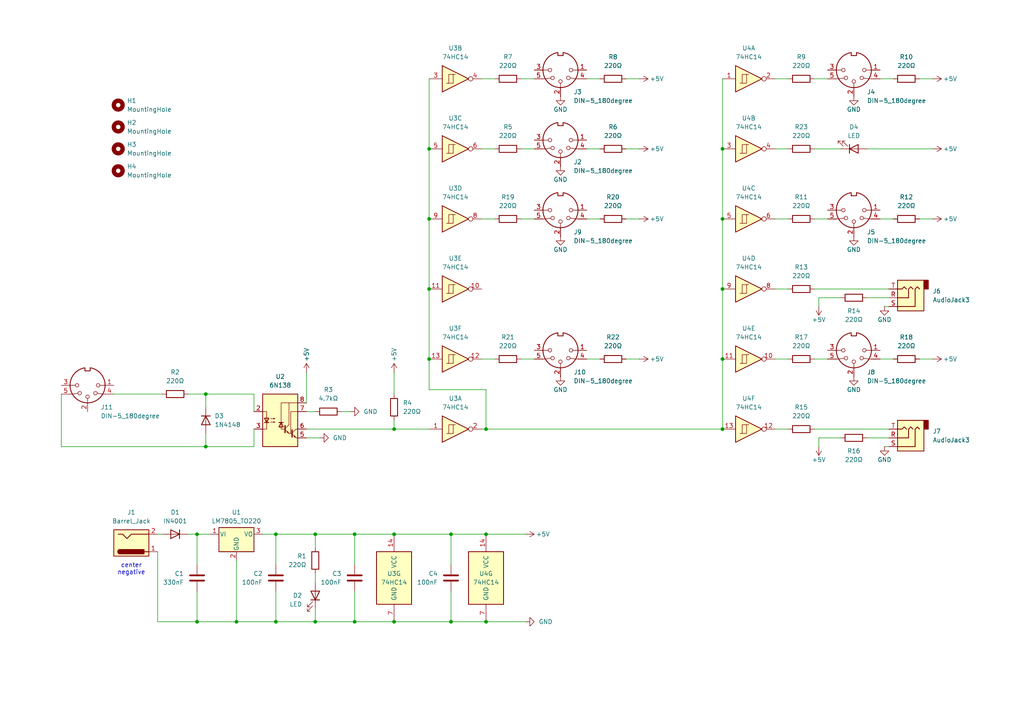
<source format=kicad_sch>
(kicad_sch (version 20231120) (generator "eeschema") (generator_version "8.0")
  (paper "A4")
  (title_block (title "MidiSplitter"))
  (lib_symbols
    (symbol "74xx:74HC14" (pin_names (offset 1.016))
      (property "Reference" "U" (at 0 1.27 0))
      (property "Value" "74HC14" (at 0 -1.27 0))
      (symbol "74HC14_1_0"
        (polyline (pts (xy -3.81 3.81) (xy -3.81 -3.81) (xy 3.81 0) (xy -3.81 3.81)) (stroke (width 0.254)) (fill (type background)))
        (pin input line (at -7.62 0 0) (length 3.81) (name "~") (number "1"))
        (pin output inverted (at 7.62 0 180) (length 3.81) (name "~") (number "2"))
      )
      (symbol "74HC14_1_1"
        (polyline (pts (xy -1.905 -1.27) (xy -1.905 1.27) (xy -0.635 1.27)))
        (polyline (pts (xy -2.54 -1.27) (xy -0.635 -1.27) (xy -0.635 1.27) (xy 0 1.27)))
      )
      (symbol "74HC14_2_0"
        (polyline (pts (xy -3.81 3.81) (xy -3.81 -3.81) (xy 3.81 0) (xy -3.81 3.81)) (stroke (width 0.254)) (fill (type background)))
        (pin input line (at -7.62 0 0) (length 3.81) (name "~") (number "3"))
        (pin output inverted (at 7.62 0 180) (length 3.81) (name "~") (number "4"))
      )
      (symbol "74HC14_2_1"
        (polyline (pts (xy -1.905 -1.27) (xy -1.905 1.27) (xy -0.635 1.27)))
        (polyline (pts (xy -2.54 -1.27) (xy -0.635 -1.27) (xy -0.635 1.27) (xy 0 1.27)))
      )
      (symbol "74HC14_3_0"
        (polyline (pts (xy -3.81 3.81) (xy -3.81 -3.81) (xy 3.81 0) (xy -3.81 3.81)) (stroke (width 0.254)) (fill (type background)))
        (pin input line (at -7.62 0 0) (length 3.81) (name "~") (number "5"))
        (pin output inverted (at 7.62 0 180) (length 3.81) (name "~") (number "6"))
      )
      (symbol "74HC14_3_1"
        (polyline (pts (xy -1.905 -1.27) (xy -1.905 1.27) (xy -0.635 1.27)))
        (polyline (pts (xy -2.54 -1.27) (xy -0.635 -1.27) (xy -0.635 1.27) (xy 0 1.27)))
      )
      (symbol "74HC14_4_0"
        (polyline (pts (xy -3.81 3.81) (xy -3.81 -3.81) (xy 3.81 0) (xy -3.81 3.81)) (stroke (width 0.254)) (fill (type background)))
        (pin output inverted (at 7.62 0 180) (length 3.81) (name "~") (number "8"))
        (pin input line (at -7.62 0 0) (length 3.81) (name "~") (number "9"))
      )
      (symbol "74HC14_4_1"
        (polyline (pts (xy -1.905 -1.27) (xy -1.905 1.27) (xy -0.635 1.27)))
        (polyline (pts (xy -2.54 -1.27) (xy -0.635 -1.27) (xy -0.635 1.27) (xy 0 1.27)))
      )
      (symbol "74HC14_5_0"
        (polyline (pts (xy -3.81 3.81) (xy -3.81 -3.81) (xy 3.81 0) (xy -3.81 3.81)) (stroke (width 0.254)) (fill (type background)))
        (pin output inverted (at 7.62 0 180) (length 3.81) (name "~") (number "10"))
        (pin input line (at -7.62 0 0) (length 3.81) (name "~") (number "11"))
      )
      (symbol "74HC14_5_1"
        (polyline (pts (xy -1.905 -1.27) (xy -1.905 1.27) (xy -0.635 1.27)))
        (polyline (pts (xy -2.54 -1.27) (xy -0.635 -1.27) (xy -0.635 1.27) (xy 0 1.27)))
      )
      (symbol "74HC14_6_0"
        (polyline (pts (xy -3.81 3.81) (xy -3.81 -3.81) (xy 3.81 0) (xy -3.81 3.81)) (stroke (width 0.254)) (fill (type background)))
        (pin output inverted (at 7.62 0 180) (length 3.81) (name "~") (number "12"))
        (pin input line (at -7.62 0 0) (length 3.81) (name "~") (number "13"))
      )
      (symbol "74HC14_6_1"
        (polyline (pts (xy -1.905 -1.27) (xy -1.905 1.27) (xy -0.635 1.27)))
        (polyline (pts (xy -2.54 -1.27) (xy -0.635 -1.27) (xy -0.635 1.27) (xy 0 1.27)))
      )
      (symbol "74HC14_7_0"
        (pin power_in line (at 0 12.7 270) (length 5.08) (name "VCC") (number "14"))
        (pin power_in line (at 0 -12.7 90) (length 5.08) (name "GND") (number "7"))
      )
      (symbol "74HC14_7_1"
        (rectangle (start -5.08 7.62) (end 5.08 -7.62) (stroke (width 0.254)) (fill (type background)))
      )
    )
    (symbol "Connector:AudioJack3"
      (property "Reference" "J" (at 0 8.89 0))
      (property "Value" "AudioJack3" (at 0 6.35 0))
      (symbol "AudioJack3_0_1"
        (rectangle (start -5.08 -5.08) (end -6.35 -2.54) (stroke (width 0.254)) (fill (type outline)))
        (polyline (pts (xy 0 -2.54) (xy 0.635 -3.175) (xy 1.27 -2.54) (xy 2.54 -2.54)) (stroke (width 0.254)))
        (polyline (pts (xy -1.905 -2.54) (xy -1.27 -3.175) (xy -0.635 -2.54) (xy -0.635 0) (xy 2.54 0)) (stroke (width 0.254)))
        (polyline (pts (xy 2.54 2.54) (xy -2.54 2.54) (xy -2.54 -2.54) (xy -3.175 -3.175) (xy -3.81 -2.54)) (stroke (width 0.254)))
        (rectangle (start 2.54 3.81) (end -5.08 -5.08) (stroke (width 0.254)) (fill (type background)))
      )
      (symbol "AudioJack3_1_1"
        (pin passive line (at 5.08 0 180) (length 2.54) (name "~") (number "R"))
        (pin passive line (at 5.08 2.54 180) (length 2.54) (name "~") (number "S"))
        (pin passive line (at 5.08 -2.54 180) (length 2.54) (name "~") (number "T"))
      )
    )
    (symbol "Connector:Barrel_Jack" (pin_names (offset 1.016))
      (property "Reference" "J" (at 0 5.334 0))
      (property "Value" "Barrel_Jack" (at 0 -5.08 0))
      (symbol "Barrel_Jack_0_1"
        (rectangle (start -5.08 3.81) (end 5.08 -3.81) (stroke (width 0.254)) (fill (type background)))
        (arc (start -3.302 3.175) (mid -3.9342 2.54) (end -3.302 1.905) (stroke (width 0.254)))
        (arc (start -3.302 3.175) (mid -3.9342 2.54) (end -3.302 1.905) (stroke (width 0.254)) (fill (type outline)))
        (polyline (pts (xy 5.08 2.54) (xy 3.81 2.54)) (stroke (width 0.254)))
        (polyline (pts (xy -3.81 -2.54) (xy -2.54 -2.54) (xy -1.27 -1.27) (xy 0 -2.54) (xy 2.54 -2.54) (xy 5.08 -2.54)) (stroke (width 0.254)))
        (rectangle (start 3.683 3.175) (end -3.302 1.905) (stroke (width 0.254)) (fill (type outline)))
      )
      (symbol "Barrel_Jack_1_1"
        (pin passive line (at 7.62 2.54 180) (length 2.54) (name "~") (number "1"))
        (pin passive line (at 7.62 -2.54 180) (length 2.54) (name "~") (number "2"))
      )
    )
    (symbol "Connector:DIN-5_180degree" (pin_names (offset 1.016))
      (property "Reference" "J" (at 3.175 5.715 0))
      (property "Value" "DIN-5_180degree" (at 0 -6.35 0))
      (symbol "DIN-5_180degree_0_1"
        (arc (start -5.08 0) (mid -3.8597 -3.3379) (end -0.762 -5.08) (stroke (width 0.254)))
        (circle (center -3.048 0) (radius 0.508))
        (circle (center -2.286 2.286) (radius 0.508))
        (polyline (pts (xy -5.08 0) (xy -3.556 0)))
        (polyline (pts (xy 0 5.08) (xy 0 3.81)))
        (polyline (pts (xy 5.08 0) (xy 3.556 0)))
        (polyline (pts (xy -5.08 2.54) (xy -4.318 2.54) (xy -2.794 2.286)))
        (polyline (pts (xy 5.08 2.54) (xy 4.318 2.54) (xy 2.794 2.286)))
        (polyline (pts (xy -0.762 -4.953) (xy -0.762 -4.191) (xy 0.762 -4.191) (xy 0.762 -4.953)) (stroke (width 0.254)))
        (circle (center 0 3.302) (radius 0.508))
        (arc (start 0.762 -5.08) (mid 3.8673 -3.3444) (end 5.08 0) (stroke (width 0.254)))
        (circle (center 2.286 2.286) (radius 0.508))
        (circle (center 3.048 0) (radius 0.508))
        (arc (start 5.08 0) (mid 0 5.0579) (end -5.08 0) (stroke (width 0.254)))
      )
      (symbol "DIN-5_180degree_1_1"
        (pin passive line (at -7.62 0 0) (length 2.54) (name "~") (number "1"))
        (pin passive line (at 0 7.62 270) (length 2.54) (name "~") (number "2"))
        (pin passive line (at 7.62 0 180) (length 2.54) (name "~") (number "3"))
        (pin passive line (at -7.62 2.54 0) (length 2.54) (name "~") (number "4"))
        (pin passive line (at 7.62 2.54 180) (length 2.54) (name "~") (number "5"))
      )
    )
    (symbol "Device:C" (pin_numbers hide) (pin_names (offset 0.254))
      (property "Reference" "C" (at 0.635 2.54 0))
      (property "Value" "C" (at 0.635 -2.54 0))
      (symbol "C_0_1"
        (polyline (pts (xy -2.032 -0.762) (xy 2.032 -0.762)) (stroke (width 0.508)))
        (polyline (pts (xy -2.032 0.762) (xy 2.032 0.762)) (stroke (width 0.508)))
      )
      (symbol "C_1_1"
        (pin passive line (at 0 3.81 270) (length 2.794) (name "~") (number "1"))
        (pin passive line (at 0 -3.81 90) (length 2.794) (name "~") (number "2"))
      )
    )
    (symbol "Device:D" (pin_numbers hide) (pin_names (offset 1.016) hide)
      (property "Reference" "D" (at 0 2.54 0))
      (property "Value" "D" (at 0 -2.54 0))
      (symbol "D_0_1"
        (polyline (pts (xy -1.27 1.27) (xy -1.27 -1.27)) (stroke (width 0.254)))
        (polyline (pts (xy 1.27 0) (xy -1.27 0)))
        (polyline (pts (xy 1.27 1.27) (xy 1.27 -1.27) (xy -1.27 0) (xy 1.27 1.27)) (stroke (width 0.254)))
      )
      (symbol "D_1_1"
        (pin passive line (at -3.81 0 0) (length 2.54) (name "K") (number "1"))
        (pin passive line (at 3.81 0 180) (length 2.54) (name "A") (number "2"))
      )
    )
    (symbol "Device:LED" (pin_numbers hide) (pin_names (offset 1.016) hide)
      (property "Reference" "D" (at 0 2.54 0))
      (property "Value" "LED" (at 0 -2.54 0))
      (symbol "LED_0_1"
        (polyline (pts (xy -1.27 -1.27) (xy -1.27 1.27)) (stroke (width 0.254)))
        (polyline (pts (xy -1.27 0) (xy 1.27 0)))
        (polyline (pts (xy 1.27 -1.27) (xy 1.27 1.27) (xy -1.27 0) (xy 1.27 -1.27)) (stroke (width 0.254)))
        (polyline (pts (xy -3.048 -0.762) (xy -4.572 -2.286) (xy -3.81 -2.286) (xy -4.572 -2.286) (xy -4.572 -1.524)))
        (polyline (pts (xy -1.778 -0.762) (xy -3.302 -2.286) (xy -2.54 -2.286) (xy -3.302 -2.286) (xy -3.302 -1.524)))
      )
      (symbol "LED_1_1"
        (pin passive line (at -3.81 0 0) (length 2.54) (name "K") (number "1"))
        (pin passive line (at 3.81 0 180) (length 2.54) (name "A") (number "2"))
      )
    )
    (symbol "Device:R" (pin_numbers hide) (pin_names (offset 0))
      (property "Reference" "R" (at 2.032 0 90))
      (property "Value" "R" (at 0 0 90))
      (symbol "R_0_1"
        (rectangle (start -1.016 -2.54) (end 1.016 2.54) (stroke (width 0.254)))
      )
      (symbol "R_1_1"
        (pin passive line (at 0 3.81 270) (length 1.27) (name "~") (number "1"))
        (pin passive line (at 0 -3.81 90) (length 1.27) (name "~") (number "2"))
      )
    )
    (symbol "Diode:1N4148" (pin_numbers hide) (pin_names (offset 1.016) hide)
      (property "Reference" "D" (at 0 2.54 0))
      (property "Value" "1N4148" (at 0 -2.54 0))
      (symbol "1N4148_0_1"
        (polyline (pts (xy -1.27 1.27) (xy -1.27 -1.27)) (stroke (width 0.254)))
        (polyline (pts (xy 1.27 0) (xy -1.27 0)))
        (polyline (pts (xy 1.27 1.27) (xy 1.27 -1.27) (xy -1.27 0) (xy 1.27 1.27)) (stroke (width 0.254)))
      )
      (symbol "1N4148_1_1"
        (pin passive line (at -3.81 0 0) (length 2.54) (name "K") (number "1"))
        (pin passive line (at 3.81 0 180) (length 2.54) (name "A") (number "2"))
      )
    )
    (symbol "Isolator:6N138" (pin_names (offset 1.016) hide)
      (property "Reference" "U" (at -4.064 8.89 0))
      (property "Value" "6N138" (at 2.286 8.89 0))
      (symbol "6N138_0_1"
        (rectangle (start -5.08 7.62) (end 5.08 -7.62) (stroke (width 0.254)) (fill (type background)))
        (polyline (pts (xy -4.572 -0.635) (xy -3.302 -0.635)) (stroke (width 0.254)))
        (polyline (pts (xy 0.889 -0.635) (xy -0.381 -0.635)) (stroke (width 0.254)))
        (polyline (pts (xy 1.397 -2.667) (xy 2.54 -3.81)))
        (polyline (pts (xy 1.397 -2.413) (xy 2.54 -1.27)))
        (polyline (pts (xy 2.54 -3.81) (xy 3.175 -3.81)))
        (polyline (pts (xy 3.429 -3.937) (xy 4.572 -5.08)))
        (polyline (pts (xy 3.429 -3.683) (xy 4.572 -2.54)))
        (polyline (pts (xy 4.572 -5.08) (xy 5.08 -5.08)))
        (polyline (pts (xy 4.572 -2.54) (xy 5.08 -2.54)))
        (polyline (pts (xy 1.397 -1.524) (xy 1.397 -3.556) (xy 1.397 -3.556)) (stroke (width 0.3556)))
        (polyline (pts (xy 2.54 -1.27) (xy 2.54 5.08) (xy 5.08 5.08)))
        (polyline (pts (xy 3.429 -2.794) (xy 3.429 -4.826) (xy 3.429 -4.826)) (stroke (width 0.3556)))
        (polyline (pts (xy 5.08 2.54) (xy 3.048 2.54) (xy 3.048 -3.81)))
        (polyline (pts (xy -5.08 -2.54) (xy -3.937 -2.54) (xy -3.937 2.54) (xy -5.08 2.54)))
        (polyline (pts (xy -3.937 -0.635) (xy -4.572 0.635) (xy -3.302 0.635) (xy -3.937 -0.635)) (stroke (width 0.254)))
        (polyline (pts (xy 0.254 -0.635) (xy 0.889 -1.905) (xy -0.381 -1.905) (xy 0.254 -0.635)) (stroke (width 0.254)))
        (polyline (pts (xy 1.27 -2.54) (xy 0.254 -2.54) (xy 0.254 5.08) (xy 2.54 5.08)))
        (polyline (pts (xy 2.413 -3.683) (xy 2.159 -3.175) (xy 1.905 -3.429) (xy 2.413 -3.683)))
        (polyline (pts (xy 4.445 -4.953) (xy 4.191 -4.445) (xy 3.937 -4.699) (xy 4.445 -4.953)))
        (polyline (pts (xy -2.794 -0.508) (xy -1.524 -0.508) (xy -1.905 -0.635) (xy -1.905 -0.381) (xy -1.524 -0.508)))
        (polyline (pts (xy -2.794 0.508) (xy -1.524 0.508) (xy -1.905 0.381) (xy -1.905 0.635) (xy -1.524 0.508)))
      )
      (symbol "6N138_1_1"
        (pin no_connect line (at -5.08 5.08 0) (length 2.54) hide (name "NC") (number "1"))
        (pin passive line (at -7.62 2.54 0) (length 2.54) (name "C1") (number "2"))
        (pin passive line (at -7.62 -2.54 0) (length 2.54) (name "C2") (number "3"))
        (pin no_connect line (at -5.08 -5.08 0) (length 2.54) hide (name "NC") (number "4"))
        (pin passive line (at 7.62 -5.08 180) (length 2.54) (name "GND") (number "5"))
        (pin passive line (at 7.62 -2.54 180) (length 2.54) (name "VO2") (number "6"))
        (pin passive line (at 7.62 2.54 180) (length 2.54) (name "VO1") (number "7"))
        (pin passive line (at 7.62 5.08 180) (length 2.54) (name "VCC") (number "8"))
      )
    )
    (symbol "Mechanical:MountingHole" (pin_names (offset 1.016))
      (property "Reference" "H" (at 0 5.08 0))
      (property "Value" "MountingHole" (at 0 3.175 0))
      (symbol "MountingHole_0_1"
        (circle (center 0 0) (radius 1.27) (stroke (width 1.27)))
      )
    )
    (symbol "Regulator_Linear:LM7805_TO220" (pin_names (offset 0.254))
      (property "Reference" "U" (at -3.81 3.175 0))
      (property "Value" "LM7805_TO220" (at 0 3.175 0))
      (symbol "LM7805_TO220_0_1"
        (rectangle (start -5.08 1.905) (end 5.08 -5.08) (stroke (width 0.254)) (fill (type background)))
      )
      (symbol "LM7805_TO220_1_1"
        (pin power_in line (at -7.62 0 0) (length 2.54) (name "VI") (number "1"))
        (pin power_in line (at 0 -7.62 90) (length 2.54) (name "GND") (number "2"))
        (pin power_out line (at 7.62 0 180) (length 2.54) (name "VO") (number "3"))
      )
    )
    (symbol "power:+5V" (power) (pin_numbers hide) (pin_names (offset 0) hide)
      (property "Value" "+5V" (at 0 3.556 0))
      (symbol "+5V_0_1"
        (polyline (pts (xy -0.762 1.27) (xy 0 2.54)))
        (polyline (pts (xy 0 0) (xy 0 2.54)))
        (polyline (pts (xy 0 2.54) (xy 0.762 1.27)))
      )
      (symbol "+5V_1_1"
        (pin power_in line (at 0 0 90) (length 0) (name "~") (number "1"))
      )
    )
    (symbol "power:GND" (power) (pin_numbers hide) (pin_names (offset 0) hide)
      (property "Value" "GND" (at 0 -3.81 0))
      (symbol "GND_0_1"
        (polyline (pts (xy 0 0) (xy 0 -1.27) (xy 1.27 -1.27) (xy 0 -2.54) (xy -1.27 -1.27) (xy 0 -1.27)))
      )
      (symbol "GND_1_1"
        (pin power_in line (at 0 0 270) (length 0) (name "~") (number "1"))
      )
    )
  )
  (junction (at 114.3 124.46))
  (junction (at 80.01 154.94))
  (junction (at 102.87 154.94))
  (junction (at 80.01 180.34))
  (junction (at 130.81 154.94))
  (junction (at 209.55 63.5))
  (junction (at 91.44 154.94))
  (junction (at 59.69 129.54))
  (junction (at 59.69 114.3))
  (junction (at 68.58 180.34))
  (junction (at 114.3 180.34))
  (junction (at 124.46 63.5))
  (junction (at 57.15 180.34))
  (junction (at 91.44 180.34))
  (junction (at 124.46 83.82))
  (junction (at 114.3 154.94))
  (junction (at 209.55 83.82))
  (junction (at 209.55 104.14))
  (junction (at 130.81 180.34))
  (junction (at 140.97 180.34))
  (junction (at 57.15 154.94))
  (junction (at 140.97 124.46))
  (junction (at 140.97 154.94))
  (junction (at 124.46 43.18))
  (junction (at 209.55 43.18))
  (junction (at 102.87 180.34))
  (junction (at 209.55 124.46))
  (junction (at 124.46 104.14))
  (wire (pts (xy 255.27 104.14) (xy 259.08 104.14)))
  (wire (pts (xy 88.9 127) (xy 92.71 127)))
  (wire (pts (xy 114.3 180.34) (xy 130.81 180.34)))
  (wire (pts (xy 209.55 22.86) (xy 209.55 43.18)))
  (wire (pts (xy 91.44 180.34) (xy 102.87 180.34)))
  (wire (pts (xy 80.01 171.45) (xy 80.01 180.34)))
  (wire (pts (xy 59.69 129.54) (xy 73.66 129.54)))
  (wire (pts (xy 181.61 22.86) (xy 185.42 22.86)))
  (wire (pts (xy 80.01 163.83) (xy 80.01 154.94)))
  (wire (pts (xy 57.15 171.45) (xy 57.15 180.34)))
  (wire (pts (xy 139.7 43.18) (xy 143.51 43.18)))
  (wire (pts (xy 209.55 104.14) (xy 209.55 124.46)))
  (wire (pts (xy 130.81 154.94) (xy 130.81 163.83)))
  (wire (pts (xy 151.13 22.86) (xy 154.94 22.86)))
  (wire (pts (xy 45.72 154.94) (xy 46.99 154.94)))
  (wire (pts (xy 124.46 113.03) (xy 140.97 113.03)))
  (wire (pts (xy 91.44 166.37) (xy 91.44 168.91)))
  (wire (pts (xy 33.02 114.3) (xy 46.99 114.3)))
  (wire (pts (xy 224.79 63.5) (xy 228.6 63.5)))
  (wire (pts (xy 73.66 129.54) (xy 73.66 124.46)))
  (wire (pts (xy 80.01 154.94) (xy 91.44 154.94)))
  (wire (pts (xy 139.7 104.14) (xy 143.51 104.14)))
  (wire (pts (xy 91.44 154.94) (xy 91.44 158.75)))
  (wire (pts (xy 181.61 63.5) (xy 185.42 63.5)))
  (wire (pts (xy 91.44 176.53) (xy 91.44 180.34)))
  (wire (pts (xy 130.81 154.94) (xy 140.97 154.94)))
  (wire (pts (xy 80.01 180.34) (xy 91.44 180.34)))
  (wire (pts (xy 54.61 154.94) (xy 57.15 154.94)))
  (wire (pts (xy 59.69 125.73) (xy 59.69 129.54)))
  (wire (pts (xy 54.61 114.3) (xy 59.69 114.3)))
  (wire (pts (xy 237.49 127) (xy 237.49 129.54)))
  (wire (pts (xy 140.97 113.03) (xy 140.97 124.46)))
  (wire (pts (xy 151.13 43.18) (xy 154.94 43.18)))
  (wire (pts (xy 114.3 154.94) (xy 130.81 154.94)))
  (wire (pts (xy 181.61 43.18) (xy 185.42 43.18)))
  (wire (pts (xy 88.9 124.46) (xy 114.3 124.46)))
  (wire (pts (xy 59.69 114.3) (xy 73.66 114.3)))
  (wire (pts (xy 257.81 127) (xy 251.46 127)))
  (wire (pts (xy 236.22 104.14) (xy 240.03 104.14)))
  (wire (pts (xy 255.27 22.86) (xy 259.08 22.86)))
  (wire (pts (xy 130.81 171.45) (xy 130.81 180.34)))
  (wire (pts (xy 130.81 180.34) (xy 140.97 180.34)))
  (wire (pts (xy 143.51 22.86) (xy 139.7 22.86)))
  (wire (pts (xy 114.3 124.46) (xy 124.46 124.46)))
  (wire (pts (xy 140.97 154.94) (xy 152.4 154.94)))
  (wire (pts (xy 243.84 86.36) (xy 237.49 86.36)))
  (wire (pts (xy 224.79 104.14) (xy 228.6 104.14)))
  (wire (pts (xy 60.96 154.94) (xy 57.15 154.94)))
  (wire (pts (xy 91.44 154.94) (xy 102.87 154.94)))
  (wire (pts (xy 57.15 163.83) (xy 57.15 154.94)))
  (wire (pts (xy 139.7 63.5) (xy 143.51 63.5)))
  (wire (pts (xy 224.79 43.18) (xy 228.6 43.18)))
  (wire (pts (xy 124.46 63.5) (xy 124.46 83.82)))
  (wire (pts (xy 45.72 160.02) (xy 45.72 180.34)))
  (wire (pts (xy 151.13 63.5) (xy 154.94 63.5)))
  (wire (pts (xy 170.18 104.14) (xy 173.99 104.14)))
  (wire (pts (xy 76.2 154.94) (xy 80.01 154.94)))
  (wire (pts (xy 266.7 63.5) (xy 270.51 63.5)))
  (wire (pts (xy 209.55 63.5) (xy 209.55 83.82)))
  (wire (pts (xy 237.49 86.36) (xy 237.49 88.9)))
  (wire (pts (xy 102.87 154.94) (xy 102.87 163.83)))
  (wire (pts (xy 124.46 83.82) (xy 124.46 104.14)))
  (wire (pts (xy 124.46 22.86) (xy 124.46 43.18)))
  (wire (pts (xy 236.22 43.18) (xy 243.84 43.18)))
  (wire (pts (xy 17.78 129.54) (xy 59.69 129.54)))
  (wire (pts (xy 236.22 124.46) (xy 257.81 124.46)))
  (wire (pts (xy 257.81 86.36) (xy 251.46 86.36)))
  (wire (pts (xy 209.55 43.18) (xy 209.55 63.5)))
  (wire (pts (xy 243.84 127) (xy 237.49 127)))
  (wire (pts (xy 256.54 88.9) (xy 257.81 88.9)))
  (wire (pts (xy 209.55 83.82) (xy 209.55 104.14)))
  (wire (pts (xy 170.18 22.86) (xy 173.99 22.86)))
  (wire (pts (xy 99.06 119.38) (xy 101.6 119.38)))
  (wire (pts (xy 139.7 124.46) (xy 140.97 124.46)))
  (wire (pts (xy 251.46 43.18) (xy 270.51 43.18)))
  (wire (pts (xy 224.79 22.86) (xy 228.6 22.86)))
  (wire (pts (xy 236.22 22.86) (xy 240.03 22.86)))
  (wire (pts (xy 124.46 104.14) (xy 124.46 113.03)))
  (wire (pts (xy 236.22 63.5) (xy 240.03 63.5)))
  (wire (pts (xy 224.79 124.46) (xy 228.6 124.46)))
  (wire (pts (xy 57.15 180.34) (xy 68.58 180.34)))
  (wire (pts (xy 17.78 114.3) (xy 17.78 129.54)))
  (wire (pts (xy 68.58 180.34) (xy 80.01 180.34)))
  (wire (pts (xy 170.18 43.18) (xy 173.99 43.18)))
  (wire (pts (xy 181.61 104.14) (xy 185.42 104.14)))
  (wire (pts (xy 256.54 129.54) (xy 257.81 129.54)))
  (wire (pts (xy 170.18 63.5) (xy 173.99 63.5)))
  (wire (pts (xy 45.72 180.34) (xy 57.15 180.34)))
  (wire (pts (xy 151.13 104.14) (xy 154.94 104.14)))
  (wire (pts (xy 114.3 121.92) (xy 114.3 124.46)))
  (wire (pts (xy 266.7 22.86) (xy 270.51 22.86)))
  (wire (pts (xy 140.97 180.34) (xy 152.4 180.34)))
  (wire (pts (xy 102.87 171.45) (xy 102.87 180.34)))
  (wire (pts (xy 73.66 114.3) (xy 73.66 119.38)))
  (wire (pts (xy 255.27 63.5) (xy 259.08 63.5)))
  (wire (pts (xy 88.9 107.95) (xy 88.9 116.84)))
  (wire (pts (xy 224.79 83.82) (xy 228.6 83.82)))
  (wire (pts (xy 59.69 114.3) (xy 59.69 118.11)))
  (wire (pts (xy 114.3 107.95) (xy 114.3 114.3)))
  (wire (pts (xy 102.87 180.34) (xy 114.3 180.34)))
  (wire (pts (xy 236.22 83.82) (xy 257.81 83.82)))
  (wire (pts (xy 102.87 154.94) (xy 114.3 154.94)))
  (wire (pts (xy 68.58 162.56) (xy 68.58 180.34)))
  (wire (pts (xy 88.9 119.38) (xy 91.44 119.38)))
  (wire (pts (xy 266.7 104.14) (xy 270.51 104.14)))
  (wire (pts (xy 140.97 124.46) (xy 209.55 124.46)))
  (wire (pts (xy 124.46 43.18) (xy 124.46 63.5)))
  (text "center\nnegative" (at 38.1 165.1 0) (effects (font (size 1.27 1.27))))
  (symbol (lib_id "Device:R") (at 232.41 83.82 270) (unit 1)
    (property "Reference" "R13" (at 232.41 77.47 90))
    (property "Value" "220Ω" (at 232.41 80.01 90))
    (property "Footprint" "Resistor_THT:R_Axial_DIN0207_L6.3mm_D2.5mm_P7.62mm_Horizontal" (effects (hide yes)))
  )
  (symbol (lib_id "Device:C") (at 130.81 167.64 0) (unit 1)
    (property "Reference" "C4" (at 127 166.37 0) (effects (justify right)))
    (property "Value" "100nF" (at 127 168.91 0) (effects (justify right)))
    (property "Footprint" "Capacitor_THT:C_Disc_D5.0mm_W2.5mm_P5.00mm" (effects (hide yes)))
  )
  (symbol (lib_id "Device:R") (at 177.8 63.5 270) (unit 1)
    (property "Reference" "R20" (at 177.8 57.15 90))
    (property "Value" "220Ω" (at 177.8 59.69 90))
    (property "Footprint" "Resistor_THT:R_Axial_DIN0207_L6.3mm_D2.5mm_P7.62mm_Horizontal" (effects (hide yes)))
  )
  (symbol (lib_id "Device:C") (at 102.87 167.64 0) (unit 1)
    (property "Reference" "C3" (at 99.06 166.37 0) (effects (justify right)))
    (property "Value" "100nF" (at 99.06 168.91 0) (effects (justify right)))
    (property "Footprint" "Capacitor_THT:C_Disc_D5.0mm_W2.5mm_P5.00mm" (effects (hide yes)))
  )
  (symbol (lib_id "Connector:DIN-5_180degree") (at 247.65 101.6 180) (unit 1)
    (property "Reference" "J8" (at 251.46 107.95 0) (effects (justify right)))
    (property "Value" "DIN-5_180degree" (at 251.46 110.49 0) (effects (justify right)))
    (property "Footprint" "Eurocad:MIDI_DIN5" (effects (hide yes)))
    (property "Datasheet" "http://www.mouser.com/ds/2/18/40_c091_abd_e-75918.pdf" (effects (hide yes)))
  )
  (symbol (lib_id "Device:C") (at 80.01 167.64 0) (unit 1)
    (property "Reference" "C2" (at 76.2 166.37 0) (effects (justify right)))
    (property "Value" "100nF" (at 76.2 168.91 0) (effects (justify right)))
    (property "Footprint" "Capacitor_THT:C_Disc_D5.0mm_W2.5mm_P5.00mm" (effects (hide yes)))
  )
  (symbol (lib_id "power:+5V") (at 270.51 104.14 270) (unit 1)
    (property "Reference" "#PWR019" (effects (hide yes)))
    (property "Value" "+5V" (at 275.59 104.14 90))
    (property "Description" "Power symbol creates a global label with name \"+5V\"" (effects (hide yes)))
  )
  (symbol (lib_id "Mechanical:MountingHole") (at 34.29 36.83 0) (unit 1)
    (property "Reference" "H2" (at 36.83 35.5599 0) (effects (justify left)))
    (property "Value" "MountingHole" (at 36.83 38.0999 0) (effects (justify left)))
    (property "Footprint" "MountingHole:MountingHole_3.2mm_M3_DIN965_Pad" (effects (hide yes)))
    (property "Description" "Mounting Hole without connection" (effects (hide yes)))
  )
  (symbol (lib_id "Isolator:6N138") (at 81.28 121.92 0) (unit 1)
    (property "Reference" "U2" (at 81.28 109.22 0))
    (property "Value" "6N138" (at 81.28 111.76 0))
    (property "Footprint" "Package_DIP:DIP-8_W7.62mm_Socket" (effects (hide yes)))
    (property "Datasheet" "http://www.onsemi.com/pub/Collateral/HCPL2731-D.pdf" (effects (hide yes)))
    (property "Description" "Low Input Current high Gain Split Darlington Optocouplers, -0.5V to 7V VDD, DIP-8" (effects (hide yes)))
  )
  (symbol (lib_id "power:GND") (at 162.56 68.58 0) (unit 1)
    (property "Reference" "#PWR012" (effects (hide yes)))
    (property "Value" "GND" (at 162.56 72.39 0))
    (property "Description" "Power symbol creates a global label with name \"GND\" , ground" (effects (hide yes)))
  )
  (symbol (lib_id "74xx:74HC14") (at 114.3 167.64 0) (unit 7)
    (property "Reference" "U3" (at 114.3 166.37 0))
    (property "Value" "74HC14" (at 114.3 168.91 0))
    (property "Footprint" "Package_DIP:DIP-14_W7.62mm_Socket" (effects (hide yes)))
    (property "Datasheet" "http://www.ti.com/lit/gpn/sn74HC14" (effects (hide yes)))
    (property "Description" "Hex inverter schmitt trigger" (effects (hide yes)))
  )
  (symbol (lib_id "Mechanical:MountingHole") (at 34.29 43.18 0) (unit 1)
    (property "Reference" "H3" (at 36.83 41.9099 0) (effects (justify left)))
    (property "Value" "MountingHole" (at 36.83 44.4499 0) (effects (justify left)))
    (property "Footprint" "MountingHole:MountingHole_3.2mm_M3_DIN965_Pad" (effects (hide yes)))
    (property "Description" "Mounting Hole without connection" (effects (hide yes)))
  )
  (symbol (lib_id "power:+5V") (at 185.42 104.14 270) (unit 1)
    (property "Reference" "#PWR021" (effects (hide yes)))
    (property "Value" "+5V" (at 190.5 104.14 90))
    (property "Description" "Power symbol creates a global label with name \"+5V\"" (effects (hide yes)))
  )
  (symbol (lib_id "power:+5V") (at 152.4 154.94 270) (unit 1)
    (property "Reference" "#PWR014" (effects (hide yes)))
    (property "Value" "+5V" (at 157.48 154.94 90))
    (property "Description" "Power symbol creates a global label with name \"+5V\"" (effects (hide yes)))
  )
  (symbol (lib_id "Device:LED") (at 247.65 43.18 0) (mirror x) (unit 1)
    (property "Reference" "D4" (at 247.65 36.83 0))
    (property "Value" "LED" (at 247.65 39.37 0))
    (property "Footprint" "LED_THT:LED_D3.0mm" (effects (hide yes)))
  )
  (symbol (lib_id "Connector:AudioJack3") (at 262.89 127 180) (unit 1)
    (property "Reference" "J7" (at 270.51 125.0949 0) (effects (justify right)))
    (property "Value" "AudioJack3" (at 270.51 127.6349 0) (effects (justify right)))
    (property "Footprint" "Protoplasma:PJ-307" (effects (hide yes)))
  )
  (symbol (lib_id "power:GND") (at 247.65 109.22 0) (unit 1)
    (property "Reference" "#PWR018" (effects (hide yes)))
    (property "Value" "GND" (at 247.65 113.03 0))
    (property "Description" "Power symbol creates a global label with name \"GND\" , ground" (effects (hide yes)))
  )
  (symbol (lib_id "power:GND") (at 162.56 48.26 0) (unit 1)
    (property "Reference" "#PWR024" (effects (hide yes)))
    (property "Value" "GND" (at 162.56 52.07 0))
    (property "Description" "Power symbol creates a global label with name \"GND\" , ground" (effects (hide yes)))
  )
  (symbol (lib_id "Device:R") (at 232.41 104.14 270) (unit 1)
    (property "Reference" "R17" (at 232.41 97.79 90))
    (property "Value" "220Ω" (at 232.41 100.33 90))
    (property "Footprint" "Resistor_THT:R_Axial_DIN0207_L6.3mm_D2.5mm_P7.62mm_Horizontal" (effects (hide yes)))
  )
  (symbol (lib_id "Device:R") (at 232.41 43.18 270) (unit 1)
    (property "Reference" "R23" (at 232.41 36.83 90))
    (property "Value" "220Ω" (at 232.41 39.37 90))
    (property "Footprint" "Resistor_THT:R_Axial_DIN0207_L6.3mm_D2.5mm_P7.62mm_Horizontal" (effects (hide yes)))
  )
  (symbol (lib_id "power:+5V") (at 237.49 129.54 180) (unit 1)
    (property "Reference" "#PWR027" (effects (hide yes)))
    (property "Value" "+5V" (at 237.49 133.35 0))
    (property "Description" "Power symbol creates a global label with name \"+5V\"" (effects (hide yes)))
  )
  (symbol (lib_id "Device:R") (at 114.3 118.11 0) (unit 1)
    (property "Reference" "R4" (at 116.84 116.8399 0) (effects (justify left)))
    (property "Value" "220Ω" (at 116.84 119.3799 0) (effects (justify left)))
    (property "Footprint" "Resistor_THT:R_Axial_DIN0207_L6.3mm_D2.5mm_P7.62mm_Horizontal" (effects (hide yes)))
  )
  (symbol (lib_id "Mechanical:MountingHole") (at 34.29 30.48 0) (unit 1)
    (property "Reference" "H1" (at 36.83 29.2099 0) (effects (justify left)))
    (property "Value" "MountingHole" (at 36.83 31.7499 0) (effects (justify left)))
    (property "Footprint" "MountingHole:MountingHole_3.2mm_M3_DIN965_Pad" (effects (hide yes)))
    (property "Description" "Mounting Hole without connection" (effects (hide yes)))
  )
  (symbol (lib_id "74xx:74HC14") (at 217.17 22.86 0) (unit 1)
    (property "Reference" "U4" (at 217.17 13.97 0))
    (property "Value" "74HC14" (at 217.17 16.51 0))
    (property "Footprint" "Package_DIP:DIP-14_W7.62mm_Socket" (effects (hide yes)))
    (property "Datasheet" "http://www.ti.com/lit/gpn/sn74HC14" (effects (hide yes)))
    (property "Description" "Hex inverter schmitt trigger" (effects (hide yes)))
  )
  (symbol (lib_id "Device:R") (at 232.41 63.5 270) (unit 1)
    (property "Reference" "R11" (at 232.41 57.15 90))
    (property "Value" "220Ω" (at 232.41 59.69 90))
    (property "Footprint" "Resistor_THT:R_Axial_DIN0207_L6.3mm_D2.5mm_P7.62mm_Horizontal" (effects (hide yes)))
  )
  (symbol (lib_id "74xx:74HC14") (at 140.97 167.64 0) (unit 7)
    (property "Reference" "U4" (at 140.97 166.37 0))
    (property "Value" "74HC14" (at 140.97 168.91 0))
    (property "Footprint" "Package_DIP:DIP-14_W7.62mm_Socket" (effects (hide yes)))
    (property "Datasheet" "http://www.ti.com/lit/gpn/sn74HC14" (effects (hide yes)))
    (property "Description" "Hex inverter schmitt trigger" (effects (hide yes)))
  )
  (symbol (lib_id "74xx:74HC14") (at 217.17 83.82 0) (unit 4)
    (property "Reference" "U4" (at 217.17 74.93 0))
    (property "Value" "74HC14" (at 217.17 77.47 0))
    (property "Footprint" "Package_DIP:DIP-14_W7.62mm_Socket" (effects (hide yes)))
    (property "Datasheet" "http://www.ti.com/lit/gpn/sn74HC14" (effects (hide yes)))
    (property "Description" "Hex inverter schmitt trigger" (effects (hide yes)))
  )
  (symbol (lib_id "power:GND") (at 247.65 68.58 0) (unit 1)
    (property "Reference" "#PWR010" (effects (hide yes)))
    (property "Value" "GND" (at 247.65 72.39 0))
    (property "Description" "Power symbol creates a global label with name \"GND\" , ground" (effects (hide yes)))
  )
  (symbol (lib_id "Device:LED") (at 91.44 172.72 270) (mirror x) (unit 1)
    (property "Reference" "D2" (at 87.63 172.72 90) (effects (justify right)))
    (property "Value" "LED" (at 87.63 175.26 90) (effects (justify right)))
    (property "Footprint" "LED_THT:LED_D3.0mm" (effects (hide yes)))
  )
  (symbol (lib_id "Device:R") (at 177.8 22.86 270) (unit 1)
    (property "Reference" "R8" (at 177.8 16.51 90))
    (property "Value" "220Ω" (at 177.8 19.05 90))
    (property "Footprint" "Resistor_THT:R_Axial_DIN0207_L6.3mm_D2.5mm_P7.62mm_Horizontal" (effects (hide yes)))
  )
  (symbol (lib_id "74xx:74HC14") (at 132.08 104.14 0) (unit 6)
    (property "Reference" "U3" (at 132.08 95.25 0))
    (property "Value" "74HC14" (at 132.08 97.79 0))
    (property "Footprint" "Package_DIP:DIP-14_W7.62mm_Socket" (effects (hide yes)))
    (property "Datasheet" "http://www.ti.com/lit/gpn/sn74HC14" (effects (hide yes)))
    (property "Description" "Hex inverter schmitt trigger" (effects (hide yes)))
  )
  (symbol (lib_id "Device:R") (at 177.8 104.14 270) (unit 1)
    (property "Reference" "R22" (at 177.8 97.79 90))
    (property "Value" "220Ω" (at 177.8 100.33 90))
    (property "Footprint" "Resistor_THT:R_Axial_DIN0207_L6.3mm_D2.5mm_P7.62mm_Horizontal" (effects (hide yes)))
  )
  (symbol (lib_id "power:+5V") (at 114.3 107.95 0) (unit 1)
    (property "Reference" "#PWR04" (effects (hide yes)))
    (property "Value" "+5V" (at 114.3 102.87 90))
    (property "Description" "Power symbol creates a global label with name \"+5V\"" (effects (hide yes)))
  )
  (symbol (lib_id "power:GND") (at 256.54 88.9 0) (mirror y) (unit 1)
    (property "Reference" "#PWR029" (effects (hide yes)))
    (property "Value" "GND" (at 256.54 92.71 0))
  )
  (symbol (lib_id "power:GND") (at 152.4 180.34 90) (unit 1)
    (property "Reference" "#PWR05" (effects (hide yes)))
    (property "Value" "GND" (at 156.21 180.34 90) (effects (justify right)))
  )
  (symbol (lib_id "power:GND") (at 247.65 27.94 0) (unit 1)
    (property "Reference" "#PWR08" (effects (hide yes)))
    (property "Value" "GND" (at 247.65 31.75 0))
    (property "Description" "Power symbol creates a global label with name \"GND\" , ground" (effects (hide yes)))
  )
  (symbol (lib_id "Connector:DIN-5_180degree") (at 162.56 40.64 180) (unit 1)
    (property "Reference" "J2" (at 166.37 46.99 0) (effects (justify right)))
    (property "Value" "DIN-5_180degree" (at 166.37 49.53 0) (effects (justify right)))
    (property "Footprint" "Eurocad:MIDI_DIN5" (effects (hide yes)))
    (property "Datasheet" "http://www.mouser.com/ds/2/18/40_c091_abd_e-75918.pdf" (effects (hide yes)))
  )
  (symbol (lib_id "power:+5V") (at 88.9 107.95 0) (unit 1)
    (property "Reference" "#PWR01" (effects (hide yes)))
    (property "Value" "+5V" (at 88.9 102.87 90))
    (property "Description" "Power symbol creates a global label with name \"+5V\"" (effects (hide yes)))
  )
  (symbol (lib_id "74xx:74HC14") (at 217.17 104.14 0) (unit 5)
    (property "Reference" "U4" (at 217.17 95.25 0))
    (property "Value" "74HC14" (at 217.17 97.79 0))
    (property "Footprint" "Package_DIP:DIP-14_W7.62mm_Socket" (effects (hide yes)))
    (property "Datasheet" "http://www.ti.com/lit/gpn/sn74HC14" (effects (hide yes)))
    (property "Description" "Hex inverter schmitt trigger" (effects (hide yes)))
  )
  (symbol (lib_id "Device:C") (at 57.15 167.64 0) (unit 1)
    (property "Reference" "C1" (at 53.34 166.37 0) (effects (justify right)))
    (property "Value" "330nF" (at 53.34 168.91 0) (effects (justify right)))
    (property "Footprint" "Capacitor_THT:C_Disc_D5.0mm_W2.5mm_P5.00mm" (effects (hide yes)))
  )
  (symbol (lib_id "Device:R") (at 262.89 104.14 270) (unit 1)
    (property "Reference" "R18" (at 262.89 97.79 90))
    (property "Value" "220Ω" (at 262.89 100.33 90))
    (property "Footprint" "Resistor_THT:R_Axial_DIN0207_L6.3mm_D2.5mm_P7.62mm_Horizontal" (effects (hide yes)))
  )
  (symbol (lib_id "Device:R") (at 50.8 114.3 270) (unit 1)
    (property "Reference" "R2" (at 50.8 107.95 90))
    (property "Value" "220Ω" (at 50.8 110.49 90))
    (property "Footprint" "Resistor_THT:R_Axial_DIN0207_L6.3mm_D2.5mm_P7.62mm_Horizontal" (effects (hide yes)))
  )
  (symbol (lib_id "power:+5V") (at 270.51 63.5 270) (unit 1)
    (property "Reference" "#PWR011" (effects (hide yes)))
    (property "Value" "+5V" (at 275.59 63.5 90))
    (property "Description" "Power symbol creates a global label with name \"+5V\"" (effects (hide yes)))
  )
  (symbol (lib_id "Regulator_Linear:LM7805_TO220") (at 68.58 154.94 0) (unit 1)
    (property "Reference" "U1" (at 68.58 148.59 0))
    (property "Value" "LM7805_TO220" (at 68.58 151.13 0))
    (property "Footprint" "Package_TO_SOT_THT:TO-220-3_Vertical" (effects (hide yes)))
    (property "Datasheet" "https://www.onsemi.cn/PowerSolutions/document/MC7800-D.PDF" (effects (hide yes)))
    (property "Description" "Positive 1A 35V Linear Regulator, Fixed Output 5V, TO-220" (effects (hide yes)))
  )
  (symbol (lib_id "power:+5V") (at 185.42 43.18 270) (unit 1)
    (property "Reference" "#PWR06" (effects (hide yes)))
    (property "Value" "+5V" (at 190.5 43.18 90))
    (property "Description" "Power symbol creates a global label with name \"+5V\"" (effects (hide yes)))
  )
  (symbol (lib_id "74xx:74HC14") (at 132.08 83.82 0) (unit 5)
    (property "Reference" "U3" (at 132.08 74.93 0))
    (property "Value" "74HC14" (at 132.08 77.47 0))
    (property "Footprint" "Package_DIP:DIP-14_W7.62mm_Socket" (effects (hide yes)))
    (property "Datasheet" "http://www.ti.com/lit/gpn/sn74HC14" (effects (hide yes)))
    (property "Description" "Hex inverter schmitt trigger" (effects (hide yes)))
  )
  (symbol (lib_id "Device:R") (at 147.32 43.18 270) (unit 1)
    (property "Reference" "R5" (at 147.32 36.83 90))
    (property "Value" "220Ω" (at 147.32 39.37 90))
    (property "Footprint" "Resistor_THT:R_Axial_DIN0207_L6.3mm_D2.5mm_P7.62mm_Horizontal" (effects (hide yes)))
  )
  (symbol (lib_id "Connector:DIN-5_180degree") (at 162.56 20.32 180) (unit 1)
    (property "Reference" "J3" (at 166.37 26.67 0) (effects (justify right)))
    (property "Value" "DIN-5_180degree" (at 166.37 29.21 0) (effects (justify right)))
    (property "Footprint" "Eurocad:MIDI_DIN5" (effects (hide yes)))
    (property "Datasheet" "http://www.mouser.com/ds/2/18/40_c091_abd_e-75918.pdf" (effects (hide yes)))
  )
  (symbol (lib_id "Device:R") (at 262.89 22.86 270) (unit 1)
    (property "Reference" "R10" (at 262.89 16.51 90))
    (property "Value" "220Ω" (at 262.89 19.05 90))
    (property "Footprint" "Resistor_THT:R_Axial_DIN0207_L6.3mm_D2.5mm_P7.62mm_Horizontal" (effects (hide yes)))
  )
  (symbol (lib_id "power:GND") (at 256.54 129.54 0) (mirror y) (unit 1)
    (property "Reference" "#PWR026" (effects (hide yes)))
    (property "Value" "GND" (at 256.54 133.35 0))
  )
  (symbol (lib_id "Mechanical:MountingHole") (at 34.29 49.53 0) (unit 1)
    (property "Reference" "H4" (at 36.83 48.2599 0) (effects (justify left)))
    (property "Value" "MountingHole" (at 36.83 50.7999 0) (effects (justify left)))
    (property "Footprint" "MountingHole:MountingHole_3.2mm_M3_DIN965_Pad" (effects (hide yes)))
    (property "Description" "Mounting Hole without connection" (effects (hide yes)))
  )
  (symbol (lib_id "74xx:74HC14") (at 132.08 22.86 0) (unit 2)
    (property "Reference" "U3" (at 132.08 13.97 0))
    (property "Value" "74HC14" (at 132.08 16.51 0))
    (property "Footprint" "Package_DIP:DIP-14_W7.62mm_Socket" (effects (hide yes)))
    (property "Datasheet" "http://www.ti.com/lit/gpn/sn74HC14" (effects (hide yes)))
    (property "Description" "Hex inverter schmitt trigger" (effects (hide yes)))
  )
  (symbol (lib_id "power:+5V") (at 185.42 63.5 270) (unit 1)
    (property "Reference" "#PWR013" (effects (hide yes)))
    (property "Value" "+5V" (at 190.5 63.5 90))
    (property "Description" "Power symbol creates a global label with name \"+5V\"" (effects (hide yes)))
  )
  (symbol (lib_id "Device:R") (at 95.25 119.38 270) (unit 1)
    (property "Reference" "R3" (at 95.25 113.03 90))
    (property "Value" "4.7kΩ" (at 95.25 115.57 90))
    (property "Footprint" "Resistor_THT:R_Axial_DIN0207_L6.3mm_D2.5mm_P7.62mm_Horizontal" (effects (hide yes)))
  )
  (symbol (lib_id "power:+5V") (at 270.51 43.18 270) (unit 1)
    (property "Reference" "#PWR015" (effects (hide yes)))
    (property "Value" "+5V" (at 275.59 43.18 90))
    (property "Description" "Power symbol creates a global label with name \"+5V\"" (effects (hide yes)))
  )
  (symbol (lib_id "Connector:DIN-5_180degree") (at 247.65 60.96 180) (unit 1)
    (property "Reference" "J5" (at 251.46 67.31 0) (effects (justify right)))
    (property "Value" "DIN-5_180degree" (at 251.46 69.85 0) (effects (justify right)))
    (property "Footprint" "Eurocad:MIDI_DIN5" (effects (hide yes)))
    (property "Datasheet" "http://www.mouser.com/ds/2/18/40_c091_abd_e-75918.pdf" (effects (hide yes)))
  )
  (symbol (lib_id "power:+5V") (at 185.42 22.86 270) (unit 1)
    (property "Reference" "#PWR025" (effects (hide yes)))
    (property "Value" "+5V" (at 190.5 22.86 90))
    (property "Description" "Power symbol creates a global label with name \"+5V\"" (effects (hide yes)))
  )
  (symbol (lib_id "Diode:1N4148") (at 59.69 121.92 270) (unit 1)
    (property "Reference" "D3" (at 62.23 120.6499 90) (effects (justify left)))
    (property "Value" "1N4148" (at 62.23 123.1899 90) (effects (justify left)))
    (property "Footprint" "Diode_THT:D_DO-35_SOD27_P7.62mm_Horizontal" (effects (hide yes)))
    (property "Datasheet" "https://assets.nexperia.com/documents/data-sheet/1N4148_1N4448.pdf" (effects (hide yes)))
  )
  (symbol (lib_id "Device:R") (at 147.32 22.86 270) (unit 1)
    (property "Reference" "R7" (at 147.32 16.51 90))
    (property "Value" "220Ω" (at 147.32 19.05 90))
    (property "Footprint" "Resistor_THT:R_Axial_DIN0207_L6.3mm_D2.5mm_P7.62mm_Horizontal" (effects (hide yes)))
  )
  (symbol (lib_id "Device:R") (at 232.41 22.86 270) (unit 1)
    (property "Reference" "R9" (at 232.41 16.51 90))
    (property "Value" "220Ω" (at 232.41 19.05 90))
    (property "Footprint" "Resistor_THT:R_Axial_DIN0207_L6.3mm_D2.5mm_P7.62mm_Horizontal" (effects (hide yes)))
  )
  (symbol (lib_id "Device:R") (at 91.44 162.56 0) (unit 1)
    (property "Reference" "R1" (at 88.9 161.29 0) (effects (justify right)))
    (property "Value" "220Ω" (at 88.9 163.83 0) (effects (justify right)))
    (property "Footprint" "Resistor_THT:R_Axial_DIN0207_L6.3mm_D2.5mm_P7.62mm_Horizontal" (effects (hide yes)))
  )
  (symbol (lib_id "Device:R") (at 147.32 104.14 270) (unit 1)
    (property "Reference" "R21" (at 147.32 97.79 90))
    (property "Value" "220Ω" (at 147.32 100.33 90))
    (property "Footprint" "Resistor_THT:R_Axial_DIN0207_L6.3mm_D2.5mm_P7.62mm_Horizontal" (effects (hide yes)))
  )
  (symbol (lib_id "power:GND") (at 92.71 127 90) (unit 1)
    (property "Reference" "#PWR02" (effects (hide yes)))
    (property "Value" "GND" (at 96.52 126.9999 90) (effects (justify right)))
    (property "Description" "Power symbol creates a global label with name \"GND\" , ground" (effects (hide yes)))
  )
  (symbol (lib_id "74xx:74HC14") (at 217.17 43.18 0) (unit 2)
    (property "Reference" "U4" (at 217.17 34.29 0))
    (property "Value" "74HC14" (at 217.17 36.83 0))
    (property "Footprint" "Package_DIP:DIP-14_W7.62mm_Socket" (effects (hide yes)))
    (property "Datasheet" "http://www.ti.com/lit/gpn/sn74HC14" (effects (hide yes)))
    (property "Description" "Hex inverter schmitt trigger" (effects (hide yes)))
  )
  (symbol (lib_id "power:+5V") (at 237.49 88.9 180) (unit 1)
    (property "Reference" "#PWR028" (effects (hide yes)))
    (property "Value" "+5V" (at 237.49 92.71 0))
    (property "Description" "Power symbol creates a global label with name \"+5V\"" (effects (hide yes)))
  )
  (symbol (lib_id "74xx:74HC14") (at 132.08 124.46 0) (unit 1)
    (property "Reference" "U3" (at 132.08 115.57 0))
    (property "Value" "74HC14" (at 132.08 118.11 0))
    (property "Footprint" "Package_DIP:DIP-14_W7.62mm_Socket" (effects (hide yes)))
    (property "Datasheet" "http://www.ti.com/lit/gpn/sn74HC14" (effects (hide yes)))
    (property "Description" "Hex inverter schmitt trigger" (effects (hide yes)))
  )
  (symbol (lib_id "Device:R") (at 177.8 43.18 270) (unit 1)
    (property "Reference" "R6" (at 177.8 36.83 90))
    (property "Value" "220Ω" (at 177.8 39.37 90))
    (property "Footprint" "Resistor_THT:R_Axial_DIN0207_L6.3mm_D2.5mm_P7.62mm_Horizontal" (effects (hide yes)))
  )
  (symbol (lib_id "Connector:DIN-5_180degree") (at 162.56 101.6 180) (unit 1)
    (property "Reference" "J10" (at 166.37 107.95 0) (effects (justify right)))
    (property "Value" "DIN-5_180degree" (at 166.37 110.49 0) (effects (justify right)))
    (property "Footprint" "Eurocad:MIDI_DIN5" (effects (hide yes)))
    (property "Datasheet" "http://www.mouser.com/ds/2/18/40_c091_abd_e-75918.pdf" (effects (hide yes)))
  )
  (symbol (lib_id "Connector:DIN-5_180degree") (at 162.56 60.96 180) (unit 1)
    (property "Reference" "J9" (at 166.37 67.31 0) (effects (justify right)))
    (property "Value" "DIN-5_180degree" (at 166.37 69.85 0) (effects (justify right)))
    (property "Footprint" "Eurocad:MIDI_DIN5" (effects (hide yes)))
    (property "Datasheet" "http://www.mouser.com/ds/2/18/40_c091_abd_e-75918.pdf" (effects (hide yes)))
  )
  (symbol (lib_id "Device:R") (at 247.65 86.36 270) (unit 1)
    (property "Reference" "R14" (at 247.65 90.17 90))
    (property "Value" "220Ω" (at 247.65 92.71 90))
    (property "Footprint" "Resistor_THT:R_Axial_DIN0207_L6.3mm_D2.5mm_P7.62mm_Horizontal" (effects (hide yes)))
  )
  (symbol (lib_id "Device:R") (at 247.65 127 270) (unit 1)
    (property "Reference" "R16" (at 247.65 130.81 90))
    (property "Value" "220Ω" (at 247.65 133.35 90))
    (property "Footprint" "Resistor_THT:R_Axial_DIN0207_L6.3mm_D2.5mm_P7.62mm_Horizontal" (effects (hide yes)))
  )
  (symbol (lib_id "74xx:74HC14") (at 132.08 63.5 0) (unit 4)
    (property "Reference" "U3" (at 132.08 54.61 0))
    (property "Value" "74HC14" (at 132.08 57.15 0))
    (property "Footprint" "Package_DIP:DIP-14_W7.62mm_Socket" (effects (hide yes)))
    (property "Datasheet" "http://www.ti.com/lit/gpn/sn74HC14" (effects (hide yes)))
    (property "Description" "Hex inverter schmitt trigger" (effects (hide yes)))
  )
  (symbol (lib_id "Connector:DIN-5_180degree") (at 247.65 20.32 180) (unit 1)
    (property "Reference" "J4" (at 251.46 26.67 0) (effects (justify right)))
    (property "Value" "DIN-5_180degree" (at 251.46 29.21 0) (effects (justify right)))
    (property "Footprint" "Eurocad:MIDI_DIN5" (effects (hide yes)))
    (property "Datasheet" "http://www.mouser.com/ds/2/18/40_c091_abd_e-75918.pdf" (effects (hide yes)))
  )
  (symbol (lib_id "Device:D") (at 50.8 154.94 180) (unit 1)
    (property "Reference" "D1" (at 50.8 148.59 0))
    (property "Value" "IN4001" (at 50.8 151.13 0))
    (property "Footprint" "Diode_THT:D_DO-35_SOD27_P7.62mm_Horizontal" (effects (hide yes)))
    (property "Description" "Diode" (effects (hide yes)))
    (property "Sim.Device" "D" (effects (hide yes)))
    (property "Sim.Pins" "1=K 2=A" (effects (hide yes)))
  )
  (symbol (lib_id "power:GND") (at 101.6 119.38 90) (unit 1)
    (property "Reference" "#PWR03" (effects (hide yes)))
    (property "Value" "GND" (at 105.41 119.3799 90) (effects (justify right)))
    (property "Description" "Power symbol creates a global label with name \"GND\" , ground" (effects (hide yes)))
  )
  (symbol (lib_id "power:GND") (at 162.56 109.22 0) (unit 1)
    (property "Reference" "#PWR020" (effects (hide yes)))
    (property "Value" "GND" (at 162.56 113.03 0))
    (property "Description" "Power symbol creates a global label with name \"GND\" , ground" (effects (hide yes)))
  )
  (symbol (lib_id "power:+5V") (at 270.51 22.86 270) (unit 1)
    (property "Reference" "#PWR09" (effects (hide yes)))
    (property "Value" "+5V" (at 275.59 22.86 90))
    (property "Description" "Power symbol creates a global label with name \"+5V\"" (effects (hide yes)))
  )
  (symbol (lib_id "Connector:DIN-5_180degree") (at 25.4 111.76 180) (unit 1)
    (property "Reference" "J11" (at 29.21 118.11 0) (effects (justify right)))
    (property "Value" "DIN-5_180degree" (at 29.21 120.65 0) (effects (justify right)))
    (property "Footprint" "Eurocad:MIDI_DIN5" (effects (hide yes)))
    (property "Datasheet" "http://www.mouser.com/ds/2/18/40_c091_abd_e-75918.pdf" (effects (hide yes)))
  )
  (symbol (lib_id "Device:R") (at 262.89 63.5 270) (unit 1)
    (property "Reference" "R12" (at 262.89 57.15 90))
    (property "Value" "220Ω" (at 262.89 59.69 90))
    (property "Footprint" "Resistor_THT:R_Axial_DIN0207_L6.3mm_D2.5mm_P7.62mm_Horizontal" (effects (hide yes)))
  )
  (symbol (lib_id "74xx:74HC14") (at 217.17 124.46 0) (unit 6)
    (property "Reference" "U4" (at 217.17 115.57 0))
    (property "Value" "74HC14" (at 217.17 118.11 0))
    (property "Footprint" "Package_DIP:DIP-14_W7.62mm_Socket" (effects (hide yes)))
    (property "Datasheet" "http://www.ti.com/lit/gpn/sn74HC14" (effects (hide yes)))
    (property "Description" "Hex inverter schmitt trigger" (effects (hide yes)))
  )
  (symbol (lib_id "power:GND") (at 162.56 27.94 0) (unit 1)
    (property "Reference" "#PWR07" (effects (hide yes)))
    (property "Value" "GND" (at 162.56 31.75 0))
    (property "Description" "Power symbol creates a global label with name \"GND\" , ground" (effects (hide yes)))
  )
  (symbol (lib_id "Connector:Barrel_Jack") (at 38.1 157.48 0) (mirror x) (unit 1)
    (property "Reference" "J1" (at 38.1 148.59 0))
    (property "Value" "Barrel_Jack" (at 38.1 151.13 0))
    (property "Footprint" "Connector_BarrelJack:BarrelJack_GCT_DCJ200-10-A_Horizontal" (effects (hide yes)))
  )
  (symbol (lib_id "Device:R") (at 147.32 63.5 270) (unit 1)
    (property "Reference" "R19" (at 147.32 57.15 90))
    (property "Value" "220Ω" (at 147.32 59.69 90))
    (property "Footprint" "Resistor_THT:R_Axial_DIN0207_L6.3mm_D2.5mm_P7.62mm_Horizontal" (effects (hide yes)))
  )
  (symbol (lib_id "Device:R") (at 232.41 124.46 270) (unit 1)
    (property "Reference" "R15" (at 232.41 118.11 90))
    (property "Value" "220Ω" (at 232.41 120.65 90))
    (property "Footprint" "Resistor_THT:R_Axial_DIN0207_L6.3mm_D2.5mm_P7.62mm_Horizontal" (effects (hide yes)))
  )
  (symbol (lib_id "74xx:74HC14") (at 217.17 63.5 0) (unit 3)
    (property "Reference" "U4" (at 217.17 54.61 0))
    (property "Value" "74HC14" (at 217.17 57.15 0))
    (property "Footprint" "Package_DIP:DIP-14_W7.62mm_Socket" (effects (hide yes)))
    (property "Datasheet" "http://www.ti.com/lit/gpn/sn74HC14" (effects (hide yes)))
    (property "Description" "Hex inverter schmitt trigger" (effects (hide yes)))
  )
  (symbol (lib_id "Connector:AudioJack3") (at 262.89 86.36 180) (unit 1)
    (property "Reference" "J6" (at 270.51 84.4549 0) (effects (justify right)))
    (property "Value" "AudioJack3" (at 270.51 86.9949 0) (effects (justify right)))
    (property "Footprint" "Protoplasma:PJ-307" (effects (hide yes)))
  )
  (symbol (lib_id "74xx:74HC14") (at 132.08 43.18 0) (unit 3)
    (property "Reference" "U3" (at 132.08 34.29 0))
    (property "Value" "74HC14" (at 132.08 36.83 0))
    (property "Footprint" "Package_DIP:DIP-14_W7.62mm_Socket" (effects (hide yes)))
    (property "Datasheet" "http://www.ti.com/lit/gpn/sn74HC14" (effects (hide yes)))
    (property "Description" "Hex inverter schmitt trigger" (effects (hide yes)))
  )
)
</source>
